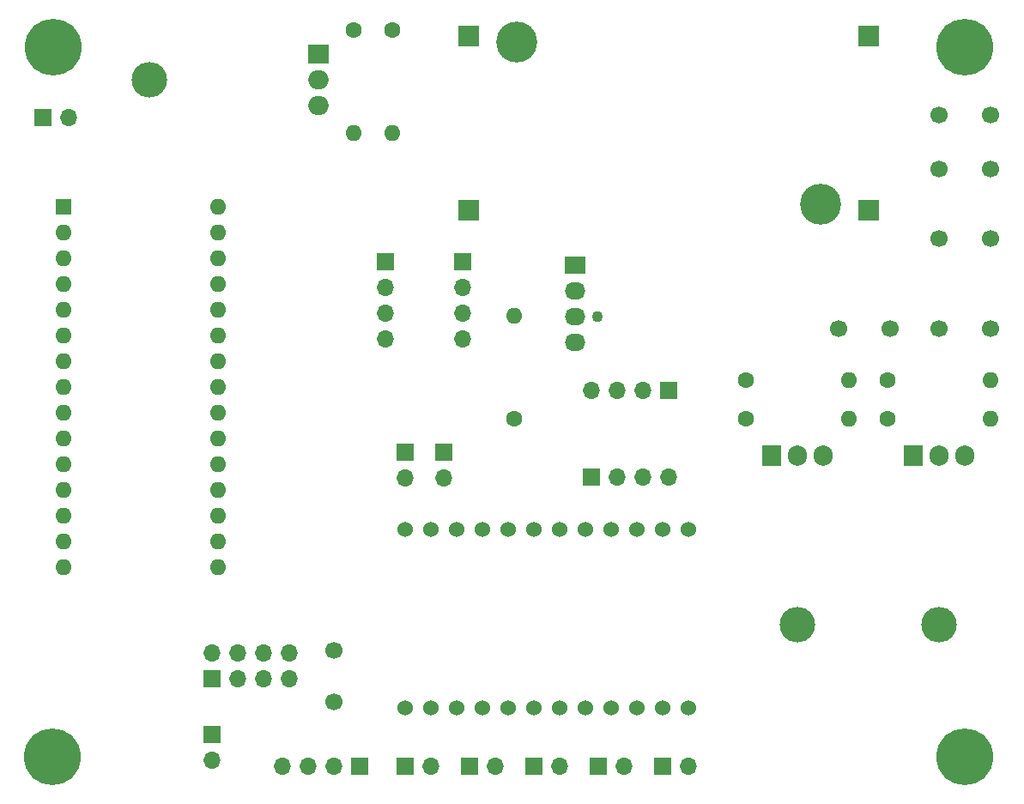
<source format=gts>
G04 #@! TF.GenerationSoftware,KiCad,Pcbnew,(6.0.0-rc1-57-gf03efa1cba)*
G04 #@! TF.CreationDate,2022-06-21T22:52:06+02:00*
G04 #@! TF.ProjectId,FilamentDryer,46696c61-6d65-46e7-9444-727965722e6b,3.7*
G04 #@! TF.SameCoordinates,Original*
G04 #@! TF.FileFunction,Soldermask,Top*
G04 #@! TF.FilePolarity,Negative*
%FSLAX46Y46*%
G04 Gerber Fmt 4.6, Leading zero omitted, Abs format (unit mm)*
G04 Created by KiCad (PCBNEW (6.0.0-rc1-57-gf03efa1cba)) date 2022-06-21 22:52:06*
%MOMM*%
%LPD*%
G01*
G04 APERTURE LIST*
%ADD10R,1.700000X1.700000*%
%ADD11O,1.700000X1.700000*%
%ADD12C,1.600000*%
%ADD13O,1.600000X1.600000*%
%ADD14O,3.500000X3.500000*%
%ADD15R,2.000000X1.905000*%
%ADD16O,2.000000X1.905000*%
%ADD17C,5.600000*%
%ADD18C,1.100000*%
%ADD19R,2.030000X1.730000*%
%ADD20O,2.030000X1.730000*%
%ADD21R,1.905000X2.000000*%
%ADD22O,1.905000X2.000000*%
%ADD23C,1.700000*%
%ADD24R,1.600000X1.600000*%
%ADD25C,1.524000*%
%ADD26C,4.030000*%
%ADD27R,2.000000X2.000000*%
G04 APERTURE END LIST*
D10*
X163830000Y-77152500D03*
D11*
X163830000Y-79692500D03*
X163830000Y-82232500D03*
X163830000Y-84772500D03*
D12*
X160655000Y-54356000D03*
D13*
X160655000Y-64516000D03*
D14*
X140550000Y-59258200D03*
D15*
X157210000Y-56718200D03*
D16*
X157210000Y-59258200D03*
X157210000Y-61798200D03*
D10*
X165735000Y-127000000D03*
D11*
X168275000Y-127000000D03*
D17*
X221000000Y-126000000D03*
D10*
X172080000Y-127000000D03*
D11*
X174620000Y-127000000D03*
D12*
X199390000Y-92710000D03*
D13*
X209550000Y-92710000D03*
D10*
X169545000Y-95935800D03*
D11*
X169545000Y-98475800D03*
D18*
X184705000Y-82560000D03*
D19*
X182545000Y-77480000D03*
D20*
X182545000Y-80020000D03*
X182545000Y-82560000D03*
X182545000Y-85100000D03*
D10*
X191760000Y-89847500D03*
D11*
X189220000Y-89847500D03*
X186680000Y-89847500D03*
X184140000Y-89847500D03*
D14*
X218440000Y-112967000D03*
D21*
X215900000Y-96307000D03*
D22*
X218440000Y-96307000D03*
X220980000Y-96307000D03*
D10*
X130048000Y-62992000D03*
D11*
X132588000Y-62992000D03*
D17*
X131064000Y-56000000D03*
D12*
X213360000Y-92710000D03*
D13*
X223520000Y-92710000D03*
D10*
X191130000Y-127000000D03*
D11*
X193670000Y-127000000D03*
D23*
X213614000Y-83820000D03*
X208534000Y-83820000D03*
D24*
X132080000Y-71755000D03*
D13*
X132080000Y-74295000D03*
X132080000Y-76835000D03*
X132080000Y-79375000D03*
X132080000Y-81915000D03*
X132080000Y-84455000D03*
X132080000Y-86995000D03*
X132080000Y-89535000D03*
X132080000Y-92075000D03*
X132080000Y-94615000D03*
X132080000Y-97155000D03*
X132080000Y-99695000D03*
X132080000Y-102235000D03*
X132080000Y-104775000D03*
X132080000Y-107315000D03*
X147320000Y-107315000D03*
X147320000Y-104775000D03*
X147320000Y-102235000D03*
X147320000Y-99695000D03*
X147320000Y-97155000D03*
X147320000Y-94615000D03*
X147320000Y-92075000D03*
X147320000Y-89535000D03*
X147320000Y-86995000D03*
X147320000Y-84455000D03*
X147320000Y-81915000D03*
X147320000Y-79375000D03*
X147320000Y-76835000D03*
X147320000Y-74295000D03*
X147320000Y-71755000D03*
D25*
X165735000Y-121195000D03*
X168275000Y-121195000D03*
X170815000Y-121195000D03*
X173355000Y-121195000D03*
X175895000Y-121195000D03*
X178435000Y-121195000D03*
X180975000Y-121195000D03*
X183515000Y-121195000D03*
X186055000Y-121195000D03*
X188595000Y-121195000D03*
X191135000Y-121195000D03*
X193675000Y-121195000D03*
X193675000Y-103595000D03*
X191135000Y-103595000D03*
X188595000Y-103595000D03*
X186055000Y-103595000D03*
X183515000Y-103595000D03*
X180975000Y-103595000D03*
X178435000Y-103595000D03*
X175895000Y-103595000D03*
X173355000Y-103595000D03*
X170815000Y-103595000D03*
X168275000Y-103595000D03*
X165735000Y-103595000D03*
D12*
X213360000Y-88900000D03*
D13*
X223520000Y-88900000D03*
D10*
X184785000Y-127000000D03*
D11*
X187325000Y-127000000D03*
D10*
X184160000Y-98425000D03*
D11*
X186700000Y-98425000D03*
X189240000Y-98425000D03*
X191780000Y-98425000D03*
D12*
X199390000Y-88900000D03*
D13*
X209550000Y-88900000D03*
D10*
X146685000Y-118369000D03*
D11*
X146685000Y-115829000D03*
X149225000Y-118369000D03*
X149225000Y-115829000D03*
X151765000Y-118369000D03*
X151765000Y-115829000D03*
X154305000Y-118369000D03*
X154305000Y-115829000D03*
D23*
X223520000Y-68000000D03*
X218440000Y-68000000D03*
D10*
X178430000Y-127000000D03*
D11*
X180970000Y-127000000D03*
D10*
X171450000Y-77152500D03*
D11*
X171450000Y-79692500D03*
X171450000Y-82232500D03*
X171450000Y-84772500D03*
D14*
X204470000Y-112967000D03*
D21*
X201930000Y-96307000D03*
D22*
X204470000Y-96307000D03*
X207010000Y-96307000D03*
D23*
X223540000Y-83820000D03*
X218460000Y-83820000D03*
D17*
X131000000Y-126000000D03*
D12*
X164465000Y-54356000D03*
D13*
X164465000Y-64516000D03*
D23*
X223520000Y-74930000D03*
X218440000Y-74930000D03*
X223520000Y-62690000D03*
X218440000Y-62690000D03*
D10*
X165715000Y-95945000D03*
D11*
X165715000Y-98485000D03*
D10*
X161290000Y-127000000D03*
D11*
X158750000Y-127000000D03*
X156210000Y-127000000D03*
X153670000Y-127000000D03*
D12*
X176530000Y-92710000D03*
D13*
X176530000Y-82550000D03*
D10*
X146685000Y-123820000D03*
D11*
X146685000Y-126360000D03*
D17*
X221000000Y-56000000D03*
D26*
X176784000Y-55499000D03*
X206756000Y-71501000D03*
D27*
X211518500Y-72072500D03*
X211518500Y-54927500D03*
X172021500Y-72072500D03*
X172021500Y-54927500D03*
D23*
X158750000Y-120650000D03*
X158750000Y-115570000D03*
M02*

</source>
